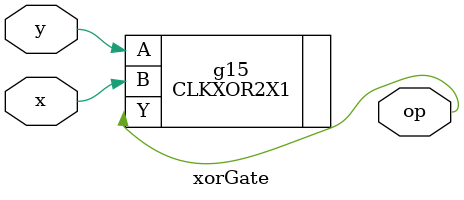
<source format=v>
/*
###############################################################
#  Generated by:      Cadence Innovus 16.21-s078_1
#  OS:                Linux x86_64(Host ID client02)
#  Generated on:      Thu Sep  5 14:48:01 2019
#  Design:            xorGate
#  Command:           saveNetlist xorGate-innovus-netlist.v
###############################################################
*/
// Generated by Cadence Genus(TM) Synthesis Solution 16.21-s018_1
// Generated on: Sep  5 2019 12:09:34 IST (Sep  5 2019 06:39:34 UTC)
// Verification Directory fv/xorGate 
module xorGate (
	x, 
	y, 
	op);
   input x;
   input y;
   output op;

   CLKXOR2X1 g15 (.A(y),
	.B(x),
	.Y(op));
endmodule


</source>
